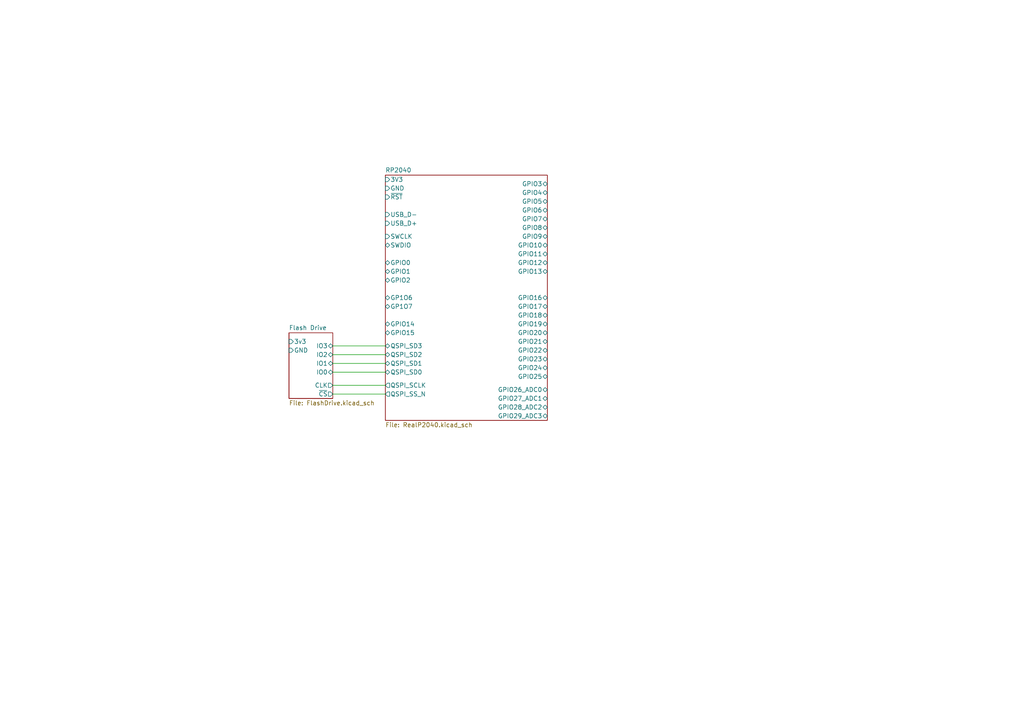
<source format=kicad_sch>
(kicad_sch (version 20230121) (generator eeschema)
  (paper "A4")
  (lib_symbols)
  (wire (pts (xy 96.52 100.33) (xy 111.76 100.33)))
  (wire (pts (xy 96.52 114.3) (xy 111.76 114.3)))
  (wire (pts (xy 96.52 111.76) (xy 111.76 111.76)))
  (wire (pts (xy 96.52 107.95) (xy 111.76 107.95)))
  (wire (pts (xy 96.52 105.41) (xy 111.76 105.41)))
  (wire (pts (xy 96.52 102.87) (xy 111.76 102.87)))
  (sheet (at 111.76 50.8) (size 46.99 71.12) (stroke (width 0.1524))
    (property "Sheetname" "RP2040" (at 111.76 50.0884 0) (effects (justify left bottom)))
    (property "Sheetfile" "RealP2040.kicad_sch" (at 111.76 122.5046 0) (effects (justify left top)))
    (pin "SWCLK" input (at 111.76 68.58 180))
    (pin "SWDIO" bidirectional (at 111.76 71.12 180))
    (pin "3V3" input (at 111.76 52.07 180))
    (pin "USB_D+" input (at 111.76 64.77 180))
    (pin "USB_D-" input (at 111.76 62.23 180))
    (pin "GP1O7" tri_state (at 111.76 88.9 180))
    (pin "GP1O6" tri_state (at 111.76 86.36 180))
    (pin "QSPI_SD0" bidirectional (at 111.76 107.95 180))
    (pin "QSPI_SD1" bidirectional (at 111.76 105.41 180))
    (pin "QSPI_SS_N" output (at 111.76 114.3 180))
    (pin "QSPI_SD3" bidirectional (at 111.76 100.33 180))
    (pin "QSPI_SD2" bidirectional (at 111.76 102.87 180))
    (pin "QSPI_SCLK" output (at 111.76 111.76 180))
    (pin "GND" input (at 111.76 54.61 180))
    (pin "GPIO11" bidirectional (at 158.75 73.66 0))
    (pin "GPIO13" bidirectional (at 158.75 78.74 0))
    (pin "GPIO12" bidirectional (at 158.75 76.2 0))
    (pin "GPIO10" bidirectional (at 158.75 71.12 0))
    (pin "GPIO9" tri_state (at 158.75 68.58 0))
    (pin "GPIO14" bidirectional (at 111.76 93.98 180))
    (pin "GPIO18" bidirectional (at 158.75 91.44 0))
    (pin "GPIO19" bidirectional (at 158.75 93.98 0))
    (pin "GPIO15" bidirectional (at 111.76 96.52 180))
    (pin "GPIO5" tri_state (at 158.75 58.42 0))
    (pin "GPIO7" tri_state (at 158.75 63.5 0))
    (pin "GPIO4" tri_state (at 158.75 55.88 0))
    (pin "GPIO6" tri_state (at 158.75 60.96 0))
    (pin "GPIO8" tri_state (at 158.75 66.04 0))
    (pin "GPIO2" tri_state (at 111.76 81.28 180))
    (pin "GPIO3" tri_state (at 158.75 53.34 0))
    (pin "GPIO0" tri_state (at 111.76 76.2 180))
    (pin "GPIO1" tri_state (at 111.76 78.74 180))
    (pin "GPIO27_ADC1" bidirectional (at 158.75 115.57 0))
    (pin "GPIO28_ADC2" bidirectional (at 158.75 118.11 0))
    (pin "GPIO29_ADC3" bidirectional (at 158.75 120.65 0))
    (pin "GPIO26_ADC0" bidirectional (at 158.75 113.03 0))
    (pin "GPIO22" bidirectional (at 158.75 101.6 0))
    (pin "GPIO23" bidirectional (at 158.75 104.14 0))
    (pin "GPIO21" bidirectional (at 158.75 99.06 0))
    (pin "GPIO20" bidirectional (at 158.75 96.52 0))
    (pin "GPIO24" bidirectional (at 158.75 106.68 0))
    (pin "GPIO25" bidirectional (at 158.75 109.22 0))
    (pin "GPIO17" bidirectional (at 158.75 88.9 0))
    (pin "GPIO16" bidirectional (at 158.75 86.36 0))
    (pin "~{RST}" input (at 111.76 57.15 180))
  )
  (sheet (at 83.82 96.52) (size 12.7 19.05) (stroke (width 0.1524))
    (property "Sheetname" "Flash Drive" (at 83.82 95.8084 0) (effects (justify left bottom)))
    (property "Sheetfile" "FlashDrive.kicad_sch" (at 83.82 116.1546 0) (effects (justify left top)))
    (pin "3v3" input (at 83.82 99.06 180))
    (pin "~{CS}" output (at 96.52 114.3 0))
    (pin "GND" input (at 83.82 101.6 180))
    (pin "IO3" bidirectional (at 96.52 100.33 0))
    (pin "IO2" bidirectional (at 96.52 102.87 0))
    (pin "IO1" bidirectional (at 96.52 105.41 0))
    (pin "CLK" output (at 96.52 111.76 0))
    (pin "IO0" bidirectional (at 96.52 107.95 0))
  )
)
</source>
